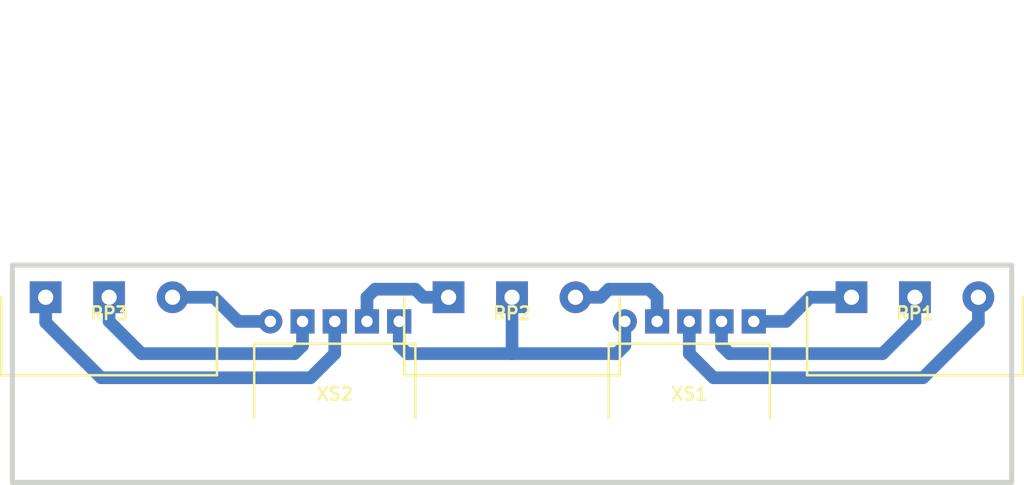
<source format=kicad_pcb>
(kicad_pcb (version 20171130) (host pcbnew 5.1.12-84ad8e8a86~92~ubuntu20.04.1)

  (general
    (thickness 1.6)
    (drawings 4)
    (tracks 43)
    (zones 0)
    (modules 5)
    (nets 10)
  )

  (page A4 portrait)
  (title_block
    (title ТКП-1.33.A-1)
    (date 2024-01-20)
    (rev 1A)
    (company "Crumbwave Multiplexer Potentiometer Board [REV1A]")
    (comment 1 http://github.com/Adept666)
    (comment 2 "Igor Ivanov (Игорь Иванов)")
    (comment 3 -ТТКРЧПДЛ-)
    (comment 4 "This project is licensed under GNU General Public License v3.0 or later")
  )

  (layers
    (0 F.Cu jumper)
    (31 B.Cu signal)
    (38 B.Mask user)
    (39 F.Mask user)
    (44 Edge.Cuts user)
    (45 Margin user)
    (46 B.CrtYd user)
    (47 F.CrtYd user)
    (49 F.Fab user)
  )

  (setup
    (last_trace_width 1)
    (user_trace_width 0.6)
    (trace_clearance 0)
    (zone_clearance 0.6)
    (zone_45_only no)
    (trace_min 0.2)
    (via_size 2)
    (via_drill 1)
    (via_min_size 0.4)
    (via_min_drill 0.3)
    (uvia_size 0.3)
    (uvia_drill 0.1)
    (uvias_allowed no)
    (uvia_min_size 0)
    (uvia_min_drill 0)
    (edge_width 0.4)
    (segment_width 0.2)
    (pcb_text_width 0.3)
    (pcb_text_size 1.5 1.5)
    (mod_edge_width 0.15)
    (mod_text_size 1 1)
    (mod_text_width 0.15)
    (pad_size 1.6 1.8)
    (pad_drill 0)
    (pad_to_mask_clearance 0.1)
    (solder_mask_min_width 0.2)
    (aux_axis_origin 0 0)
    (visible_elements 7FFFFFFF)
    (pcbplotparams
      (layerselection 0x20000_7ffffffe)
      (usegerberextensions false)
      (usegerberattributes false)
      (usegerberadvancedattributes false)
      (creategerberjobfile false)
      (excludeedgelayer false)
      (linewidth 0.100000)
      (plotframeref true)
      (viasonmask false)
      (mode 1)
      (useauxorigin false)
      (hpglpennumber 1)
      (hpglpenspeed 20)
      (hpglpendiameter 15.000000)
      (psnegative false)
      (psa4output false)
      (plotreference false)
      (plotvalue true)
      (plotinvisibletext false)
      (padsonsilk true)
      (subtractmaskfromsilk false)
      (outputformat 4)
      (mirror false)
      (drillshape 0)
      (scaleselection 1)
      (outputdirectory ""))
  )

  (net 0 "")
  (net 1 "Net-(RP1-Pad3)")
  (net 2 "Net-(RP1-Pad1)")
  (net 3 "Net-(RP1-Pad2)")
  (net 4 "Net-(RP2-Pad3)")
  (net 5 "Net-(RP2-Pad1)")
  (net 6 "Net-(RP2-Pad2)")
  (net 7 "Net-(RP3-Pad3)")
  (net 8 "Net-(RP3-Pad1)")
  (net 9 "Net-(RP3-Pad2)")

  (net_class Default "This is the default net class."
    (clearance 0)
    (trace_width 1)
    (via_dia 2)
    (via_drill 1)
    (uvia_dia 0.3)
    (uvia_drill 0.1)
    (add_net "Net-(RP1-Pad1)")
    (add_net "Net-(RP1-Pad2)")
    (add_net "Net-(RP1-Pad3)")
    (add_net "Net-(RP2-Pad1)")
    (add_net "Net-(RP2-Pad2)")
    (add_net "Net-(RP2-Pad3)")
    (add_net "Net-(RP3-Pad1)")
    (add_net "Net-(RP3-Pad2)")
    (add_net "Net-(RP3-Pad3)")
  )

  (module KCL-TH-SL:RP-PDB181-K-20-P (layer F.Cu) (tedit 60030E39) (tstamp 608AEE6A)
    (at 137.16 142.875 180)
    (path /60859B26)
    (fp_text reference RP1 (at 0 -1.27 180) (layer F.SilkS)
      (effects (font (size 1 1) (thickness 0.2)))
    )
    (fp_text value "RP1: A100K" (at 0 -1.27 180) (layer F.Fab)
      (effects (font (size 1 1) (thickness 0.2)))
    )
    (fp_line (start -7.3 3.35) (end -7.3 5.35) (layer F.Fab) (width 0.2))
    (fp_line (start -8.5 3.35) (end -8.5 5.35) (layer F.Fab) (width 0.2))
    (fp_line (start -8.5 5.35) (end -7.366 5.35) (layer F.Fab) (width 0.2))
    (fp_line (start 8.5 -6.15) (end 8.5 23.35) (layer F.CrtYd) (width 0.1))
    (fp_line (start -8.5 -6.15) (end -8.5 23.35) (layer F.CrtYd) (width 0.1))
    (fp_line (start -8.5 23.35) (end 8.5 23.35) (layer F.CrtYd) (width 0.1))
    (fp_line (start -8.5 -6.15) (end 8.5 -6.15) (layer F.CrtYd) (width 0.1))
    (fp_line (start 8.5 -6.15) (end 8.5 0) (layer F.SilkS) (width 0.2))
    (fp_line (start -8.5 -6.15) (end -8.5 0) (layer F.SilkS) (width 0.2))
    (fp_line (start -8.5 -6.15) (end 8.5 -6.15) (layer F.SilkS) (width 0.2))
    (fp_line (start -3.5 9.85) (end 3.5 9.85) (layer F.Fab) (width 0.2))
    (fp_line (start 3 9.85) (end 3 23.35) (layer F.Fab) (width 0.2))
    (fp_line (start -3 9.85) (end -3 23.35) (layer F.Fab) (width 0.2))
    (fp_line (start 3.5 3.35) (end 3.5 9.85) (layer F.Fab) (width 0.2))
    (fp_line (start -3.5 3.35) (end -3.5 9.85) (layer F.Fab) (width 0.2))
    (fp_line (start 8.5 -6.15) (end 8.5 3.35) (layer F.Fab) (width 0.2))
    (fp_line (start -8.5 -6.15) (end -8.5 3.35) (layer F.Fab) (width 0.2))
    (fp_line (start -3 23.35) (end 3 23.35) (layer F.Fab) (width 0.2))
    (fp_line (start -8.5 3.35) (end 8.5 3.35) (layer F.Fab) (width 0.2))
    (fp_line (start -8.5 -6.15) (end 8.5 -6.15) (layer F.Fab) (width 0.2))
    (pad 3 thru_hole rect (at 5 0 180) (size 2.5 2.5) (drill 1.2) (layers B.Cu B.Mask)
      (net 1 "Net-(RP1-Pad3)"))
    (pad 1 thru_hole circle (at -5 0 180) (size 2.5 2.5) (drill 1.2) (layers B.Cu B.Mask)
      (net 2 "Net-(RP1-Pad1)"))
    (pad 2 thru_hole rect (at 0 0 180) (size 2.5 2.5) (drill 1.2) (layers B.Cu B.Mask)
      (net 3 "Net-(RP1-Pad2)"))
  )

  (module KCL-TH-SL:RP-PDB181-K-20-P (layer F.Cu) (tedit 60030E39) (tstamp 608AEDE7)
    (at 73.66 142.875 180)
    (path /60857FB0)
    (fp_text reference RP3 (at 0 -1.27 180) (layer F.SilkS)
      (effects (font (size 1 1) (thickness 0.2)))
    )
    (fp_text value "RP3: B100K" (at 0 -1.27 180) (layer F.Fab)
      (effects (font (size 1 1) (thickness 0.2)))
    )
    (fp_line (start -7.3 3.35) (end -7.3 5.35) (layer F.Fab) (width 0.2))
    (fp_line (start -8.5 3.35) (end -8.5 5.35) (layer F.Fab) (width 0.2))
    (fp_line (start -8.5 5.35) (end -7.366 5.35) (layer F.Fab) (width 0.2))
    (fp_line (start 8.5 -6.15) (end 8.5 23.35) (layer F.CrtYd) (width 0.1))
    (fp_line (start -8.5 -6.15) (end -8.5 23.35) (layer F.CrtYd) (width 0.1))
    (fp_line (start -8.5 23.35) (end 8.5 23.35) (layer F.CrtYd) (width 0.1))
    (fp_line (start -8.5 -6.15) (end 8.5 -6.15) (layer F.CrtYd) (width 0.1))
    (fp_line (start 8.5 -6.15) (end 8.5 0) (layer F.SilkS) (width 0.2))
    (fp_line (start -8.5 -6.15) (end -8.5 0) (layer F.SilkS) (width 0.2))
    (fp_line (start -8.5 -6.15) (end 8.5 -6.15) (layer F.SilkS) (width 0.2))
    (fp_line (start -3.5 9.85) (end 3.5 9.85) (layer F.Fab) (width 0.2))
    (fp_line (start 3 9.85) (end 3 23.35) (layer F.Fab) (width 0.2))
    (fp_line (start -3 9.85) (end -3 23.35) (layer F.Fab) (width 0.2))
    (fp_line (start 3.5 3.35) (end 3.5 9.85) (layer F.Fab) (width 0.2))
    (fp_line (start -3.5 3.35) (end -3.5 9.85) (layer F.Fab) (width 0.2))
    (fp_line (start 8.5 -6.15) (end 8.5 3.35) (layer F.Fab) (width 0.2))
    (fp_line (start -8.5 -6.15) (end -8.5 3.35) (layer F.Fab) (width 0.2))
    (fp_line (start -3 23.35) (end 3 23.35) (layer F.Fab) (width 0.2))
    (fp_line (start -8.5 3.35) (end 8.5 3.35) (layer F.Fab) (width 0.2))
    (fp_line (start -8.5 -6.15) (end 8.5 -6.15) (layer F.Fab) (width 0.2))
    (pad 3 thru_hole rect (at 5 0 180) (size 2.5 2.5) (drill 1.2) (layers B.Cu B.Mask)
      (net 7 "Net-(RP3-Pad3)"))
    (pad 1 thru_hole circle (at -5 0 180) (size 2.5 2.5) (drill 1.2) (layers B.Cu B.Mask)
      (net 8 "Net-(RP3-Pad1)"))
    (pad 2 thru_hole rect (at 0 0 180) (size 2.5 2.5) (drill 1.2) (layers B.Cu B.Mask)
      (net 9 "Net-(RP3-Pad2)"))
  )

  (module KCL-TH-SL:RP-PDB181-K-20-P (layer F.Cu) (tedit 60030E39) (tstamp 5FE6D9E5)
    (at 105.41 142.875 180)
    (path /5FE7A122)
    (fp_text reference RP2 (at 0 -1.27 180) (layer F.SilkS)
      (effects (font (size 1 1) (thickness 0.2)))
    )
    (fp_text value "RP2: B100K" (at 0 -1.27 180) (layer F.Fab)
      (effects (font (size 1 1) (thickness 0.2)))
    )
    (fp_line (start -7.3 3.35) (end -7.3 5.35) (layer F.Fab) (width 0.2))
    (fp_line (start -8.5 3.35) (end -8.5 5.35) (layer F.Fab) (width 0.2))
    (fp_line (start -8.5 5.35) (end -7.366 5.35) (layer F.Fab) (width 0.2))
    (fp_line (start 8.5 -6.15) (end 8.5 23.35) (layer F.CrtYd) (width 0.1))
    (fp_line (start -8.5 -6.15) (end -8.5 23.35) (layer F.CrtYd) (width 0.1))
    (fp_line (start -8.5 23.35) (end 8.5 23.35) (layer F.CrtYd) (width 0.1))
    (fp_line (start -8.5 -6.15) (end 8.5 -6.15) (layer F.CrtYd) (width 0.1))
    (fp_line (start 8.5 -6.15) (end 8.5 0) (layer F.SilkS) (width 0.2))
    (fp_line (start -8.5 -6.15) (end -8.5 0) (layer F.SilkS) (width 0.2))
    (fp_line (start -8.5 -6.15) (end 8.5 -6.15) (layer F.SilkS) (width 0.2))
    (fp_line (start -3.5 9.85) (end 3.5 9.85) (layer F.Fab) (width 0.2))
    (fp_line (start 3 9.85) (end 3 23.35) (layer F.Fab) (width 0.2))
    (fp_line (start -3 9.85) (end -3 23.35) (layer F.Fab) (width 0.2))
    (fp_line (start 3.5 3.35) (end 3.5 9.85) (layer F.Fab) (width 0.2))
    (fp_line (start -3.5 3.35) (end -3.5 9.85) (layer F.Fab) (width 0.2))
    (fp_line (start 8.5 -6.15) (end 8.5 3.35) (layer F.Fab) (width 0.2))
    (fp_line (start -8.5 -6.15) (end -8.5 3.35) (layer F.Fab) (width 0.2))
    (fp_line (start -3 23.35) (end 3 23.35) (layer F.Fab) (width 0.2))
    (fp_line (start -8.5 3.35) (end 8.5 3.35) (layer F.Fab) (width 0.2))
    (fp_line (start -8.5 -6.15) (end 8.5 -6.15) (layer F.Fab) (width 0.2))
    (pad 3 thru_hole rect (at 5 0 180) (size 2.5 2.5) (drill 1.2) (layers B.Cu B.Mask)
      (net 4 "Net-(RP2-Pad3)"))
    (pad 1 thru_hole circle (at -5 0 180) (size 2.5 2.5) (drill 1.2) (layers B.Cu B.Mask)
      (net 5 "Net-(RP2-Pad1)"))
    (pad 2 thru_hole rect (at 0 0 180) (size 2.5 2.5) (drill 1.2) (layers B.Cu B.Mask)
      (net 6 "Net-(RP2-Pad2)"))
  )

  (module KCL-TH-SL:CON-PBS-05R (layer F.Cu) (tedit 62D2AB7D) (tstamp 6083D2A8)
    (at 119.38 144.78)
    (path /60031E05)
    (fp_text reference XS1 (at 0 5.715) (layer F.SilkS)
      (effects (font (size 1 1) (thickness 0.2)))
    )
    (fp_text value PBS-05R (at 0 5.715) (layer F.Fab)
      (effects (font (size 1 1) (thickness 0.2)))
    )
    (fp_line (start 6.35 -0.45) (end 6.35 10.16) (layer F.CrtYd) (width 0.1))
    (fp_line (start -6.35 -0.45) (end -6.35 10.16) (layer F.CrtYd) (width 0.1))
    (fp_line (start -6.35 10.16) (end 6.35 10.16) (layer F.CrtYd) (width 0.1))
    (fp_line (start -6.35 -0.45) (end 6.35 -0.45) (layer F.CrtYd) (width 0.1))
    (fp_line (start 6.35 1.76) (end 6.35 7.62) (layer F.SilkS) (width 0.2))
    (fp_line (start -6.35 1.76) (end -6.35 7.62) (layer F.SilkS) (width 0.2))
    (fp_line (start -6.35 1.76) (end 6.35 1.76) (layer F.SilkS) (width 0.2))
    (fp_line (start -6.35 1.76) (end 6.35 1.76) (layer F.Fab) (width 0.2))
    (fp_line (start -6.35 10.16) (end 6.35 10.16) (layer F.Fab) (width 0.2))
    (fp_line (start -6.35 1.76) (end -6.35 10.16) (layer F.Fab) (width 0.2))
    (fp_line (start 6.35 1.76) (end 6.35 10.16) (layer F.Fab) (width 0.2))
    (pad 5 thru_hole rect (at 5.08 0) (size 1.9 1.9) (drill 0.9) (layers B.Cu B.Mask)
      (net 1 "Net-(RP1-Pad3)"))
    (pad 4 thru_hole rect (at 2.54 0) (size 1.9 1.9) (drill 0.9) (layers B.Cu B.Mask)
      (net 3 "Net-(RP1-Pad2)"))
    (pad 1 thru_hole circle (at -5.08 0) (size 1.9 1.9) (drill 0.9) (layers B.Cu B.Mask)
      (net 6 "Net-(RP2-Pad2)"))
    (pad 2 thru_hole rect (at -2.54 0) (size 1.9 1.9) (drill 0.9) (layers B.Cu B.Mask)
      (net 5 "Net-(RP2-Pad1)"))
    (pad 3 thru_hole rect (at 0 0) (size 1.9 1.9) (drill 0.9) (layers B.Cu B.Mask)
      (net 2 "Net-(RP1-Pad1)"))
  )

  (module KCL-TH-SL:CON-PBS-05R (layer F.Cu) (tedit 62D2AB7D) (tstamp 60031F53)
    (at 91.44 144.78)
    (path /600A2C72)
    (fp_text reference XS2 (at 0 5.715) (layer F.SilkS)
      (effects (font (size 1 1) (thickness 0.2)))
    )
    (fp_text value PBS-05R (at 0 5.715) (layer F.Fab)
      (effects (font (size 1 1) (thickness 0.2)))
    )
    (fp_line (start 6.35 -0.45) (end 6.35 10.16) (layer F.CrtYd) (width 0.1))
    (fp_line (start -6.35 -0.45) (end -6.35 10.16) (layer F.CrtYd) (width 0.1))
    (fp_line (start -6.35 10.16) (end 6.35 10.16) (layer F.CrtYd) (width 0.1))
    (fp_line (start -6.35 -0.45) (end 6.35 -0.45) (layer F.CrtYd) (width 0.1))
    (fp_line (start 6.35 1.76) (end 6.35 7.62) (layer F.SilkS) (width 0.2))
    (fp_line (start -6.35 1.76) (end -6.35 7.62) (layer F.SilkS) (width 0.2))
    (fp_line (start -6.35 1.76) (end 6.35 1.76) (layer F.SilkS) (width 0.2))
    (fp_line (start -6.35 1.76) (end 6.35 1.76) (layer F.Fab) (width 0.2))
    (fp_line (start -6.35 10.16) (end 6.35 10.16) (layer F.Fab) (width 0.2))
    (fp_line (start -6.35 1.76) (end -6.35 10.16) (layer F.Fab) (width 0.2))
    (fp_line (start 6.35 1.76) (end 6.35 10.16) (layer F.Fab) (width 0.2))
    (pad 5 thru_hole rect (at 5.08 0) (size 1.9 1.9) (drill 0.9) (layers B.Cu B.Mask)
      (net 6 "Net-(RP2-Pad2)"))
    (pad 4 thru_hole rect (at 2.54 0) (size 1.9 1.9) (drill 0.9) (layers B.Cu B.Mask)
      (net 4 "Net-(RP2-Pad3)"))
    (pad 1 thru_hole circle (at -5.08 0) (size 1.9 1.9) (drill 0.9) (layers B.Cu B.Mask)
      (net 8 "Net-(RP3-Pad1)"))
    (pad 2 thru_hole rect (at -2.54 0) (size 1.9 1.9) (drill 0.9) (layers B.Cu B.Mask)
      (net 9 "Net-(RP3-Pad2)"))
    (pad 3 thru_hole rect (at 0 0) (size 1.9 1.9) (drill 0.9) (layers B.Cu B.Mask)
      (net 7 "Net-(RP3-Pad3)"))
  )

  (gr_line (start 144.78 140.335) (end 144.78 157.48) (layer Edge.Cuts) (width 0.4) (tstamp 5FE6F872))
  (gr_line (start 66.04 140.335) (end 66.04 157.48) (layer Edge.Cuts) (width 0.4) (tstamp 5FE6F872))
  (gr_line (start 66.04 157.48) (end 144.78 157.48) (layer Edge.Cuts) (width 0.4) (tstamp 5FE6FAB1))
  (gr_line (start 66.04 140.335) (end 144.78 140.335) (layer Edge.Cuts) (width 0.4) (tstamp 5FE6F86E))

  (segment (start 132.16 142.875) (end 128.905 142.875) (width 1) (layer B.Cu) (net 1) (tstamp 62D26AB8))
  (segment (start 128.905 142.875) (end 127 144.78) (width 1) (layer B.Cu) (net 1) (tstamp 62D2BF0D))
  (segment (start 127 144.78) (end 124.46 144.78) (width 1) (layer B.Cu) (net 1))
  (segment (start 142.16 142.875) (end 142.16 144.86) (width 1) (layer B.Cu) (net 2))
  (segment (start 142.16 144.86) (end 137.795 149.225) (width 1) (layer B.Cu) (net 2))
  (segment (start 119.38 147.32) (end 119.38 144.78) (width 1) (layer B.Cu) (net 2))
  (segment (start 121.285 149.225) (end 119.38 147.32) (width 1) (layer B.Cu) (net 2))
  (segment (start 137.795 149.225) (end 121.285 149.225) (width 1) (layer B.Cu) (net 2))
  (segment (start 137.16 142.875) (end 137.16 144.78) (width 1) (layer B.Cu) (net 3))
  (segment (start 137.16 144.78) (end 134.62 147.32) (width 1) (layer B.Cu) (net 3))
  (segment (start 121.92 146.685) (end 121.92 144.78) (width 1) (layer B.Cu) (net 3))
  (segment (start 122.555 147.32) (end 121.92 146.685) (width 1) (layer B.Cu) (net 3))
  (segment (start 134.62 147.32) (end 122.555 147.32) (width 1) (layer B.Cu) (net 3))
  (segment (start 93.98 142.875) (end 93.98 144.78) (width 1) (layer B.Cu) (net 4))
  (segment (start 97.79 142.24) (end 94.615 142.24) (width 1) (layer B.Cu) (net 4))
  (segment (start 100.41 142.875) (end 98.425 142.875) (width 1) (layer B.Cu) (net 4))
  (segment (start 94.615 142.24) (end 93.98 142.875) (width 1) (layer B.Cu) (net 4))
  (segment (start 98.425 142.875) (end 97.79 142.24) (width 1) (layer B.Cu) (net 4))
  (segment (start 110.41 142.875) (end 112.395 142.875) (width 1) (layer B.Cu) (net 5))
  (segment (start 112.395 142.875) (end 113.03 142.24) (width 1) (layer B.Cu) (net 5))
  (segment (start 113.03 142.24) (end 116.205 142.24) (width 1) (layer B.Cu) (net 5))
  (segment (start 116.205 142.24) (end 116.84 142.875) (width 1) (layer B.Cu) (net 5))
  (segment (start 116.84 142.875) (end 116.84 144.78) (width 1) (layer B.Cu) (net 5))
  (segment (start 96.52 144.78) (end 96.52 146.685) (width 1) (layer B.Cu) (net 6))
  (segment (start 96.52 146.685) (end 97.155 147.32) (width 1) (layer B.Cu) (net 6))
  (segment (start 114.3 144.78) (end 114.3 146.685) (width 1) (layer B.Cu) (net 6))
  (segment (start 114.3 146.685) (end 113.665 147.32) (width 1) (layer B.Cu) (net 6))
  (segment (start 105.41 142.875) (end 105.41 147.32) (width 1) (layer B.Cu) (net 6))
  (segment (start 97.155 147.32) (end 105.41 147.32) (width 1) (layer B.Cu) (net 6))
  (segment (start 113.665 147.32) (end 105.41 147.32) (width 1) (layer B.Cu) (net 6))
  (segment (start 68.66 142.875) (end 68.66 144.86) (width 1) (layer B.Cu) (net 7))
  (segment (start 68.66 144.86) (end 73.025 149.225) (width 1) (layer B.Cu) (net 7))
  (segment (start 91.44 147.32) (end 91.44 144.78) (width 1) (layer B.Cu) (net 7))
  (segment (start 89.535 149.225) (end 91.44 147.32) (width 1) (layer B.Cu) (net 7))
  (segment (start 73.025 149.225) (end 89.535 149.225) (width 1) (layer B.Cu) (net 7))
  (segment (start 78.66 142.875) (end 81.915 142.875) (width 1) (layer B.Cu) (net 8))
  (segment (start 81.915 142.875) (end 83.82 144.78) (width 1) (layer B.Cu) (net 8))
  (segment (start 83.82 144.78) (end 86.36 144.78) (width 1) (layer B.Cu) (net 8))
  (segment (start 73.66 144.78) (end 76.2 147.32) (width 1) (layer B.Cu) (net 9))
  (segment (start 73.66 142.875) (end 73.66 144.78) (width 1) (layer B.Cu) (net 9))
  (segment (start 88.9 146.685) (end 88.9 144.78) (width 1) (layer B.Cu) (net 9))
  (segment (start 88.265 147.32) (end 88.9 146.685) (width 1) (layer B.Cu) (net 9))
  (segment (start 76.2 147.32) (end 88.265 147.32) (width 1) (layer B.Cu) (net 9))

)

</source>
